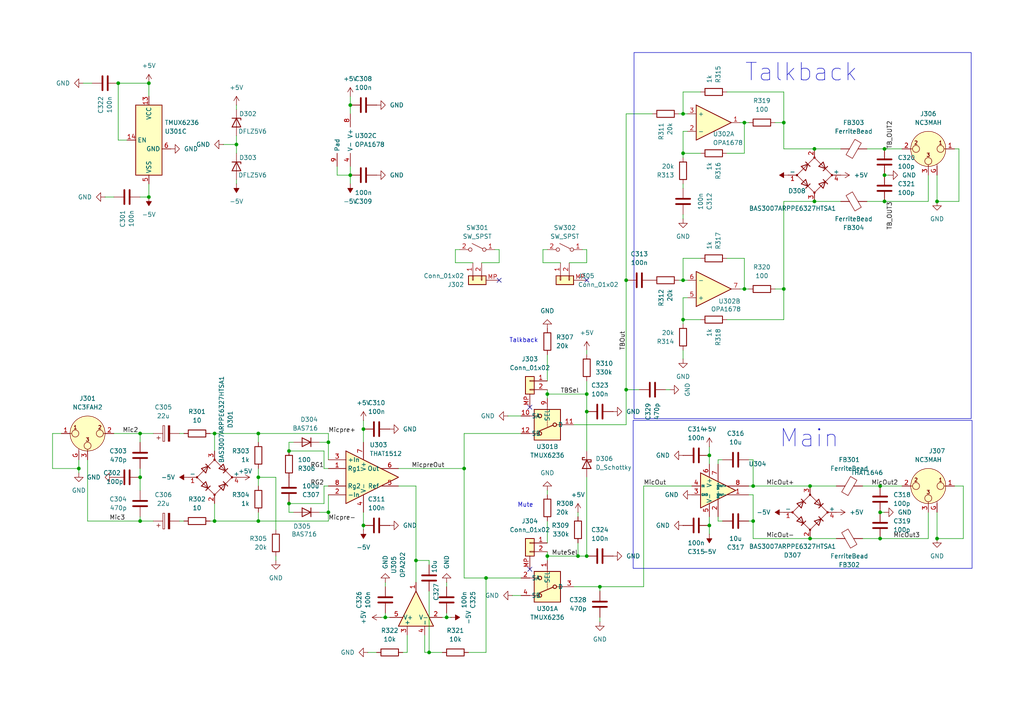
<source format=kicad_sch>
(kicad_sch (version 20250114) (generator "eeschema") (generator_version "9.0")
  (paper "A4")
  (rectangle (start 183.896 15.24) (end 281.686 121.412))
  (rectangle (start 183.642 121.92) (end 281.94 164.846))
  (text "Mute" (at 152.4 146.558 0) (effects (font (size 1.27 1.27))))
  (text "Talkback" (at 232.41 21.082 0) (effects (font (size 5.08 5.08))))
  (text "Main" (at 234.696 127.254 0) (effects (font (size 5.08 5.08))))
  (text "Talkback" (at 151.892 98.806 0) (effects (font (size 1.27 1.27))))
  (junction (at 170.18 114.3))
  (junction (at 181.61 81.28))
  (junction (at 205.74 152.4))
  (junction (at 218.44 140.97))
  (junction (at 234.95 156.21))
  (junction (at 255.27 156.21))
  (junction (at 40.64 151.13))
  (junction (at 111.76 179.07))
  (junction (at 218.44 151.13))
  (junction (at 215.9 35.56))
  (junction (at 255.27 140.97))
  (junction (at 198.12 44.45))
  (junction (at 271.78 156.21))
  (junction (at 34.29 24.13))
  (junction (at 74.93 125.73))
  (junction (at 256.54 43.18))
  (junction (at 158.75 161.29))
  (junction (at 134.62 135.89))
  (junction (at 256.54 58.42))
  (junction (at 83.82 130.81))
  (junction (at 101.6 50.8))
  (junction (at 83.82 146.05))
  (junction (at 227.33 35.56))
  (junction (at 198.12 92.71))
  (junction (at 271.78 58.42))
  (junction (at 227.33 83.82))
  (junction (at 95.25 128.27))
  (junction (at 198.12 81.28))
  (junction (at 198.12 33.02))
  (junction (at 181.61 113.03))
  (junction (at 256.54 50.8))
  (junction (at 124.46 189.23))
  (junction (at 170.18 161.29))
  (junction (at 158.75 114.3))
  (junction (at 74.93 151.13))
  (junction (at 43.18 24.13))
  (junction (at 129.54 179.07))
  (junction (at 74.93 138.43))
  (junction (at 105.41 152.4))
  (junction (at 62.23 125.73))
  (junction (at 167.64 161.29))
  (junction (at 140.97 167.64))
  (junction (at 62.23 151.13))
  (junction (at 236.22 58.42))
  (junction (at 40.64 138.43))
  (junction (at 234.95 140.97))
  (junction (at 236.22 43.18))
  (junction (at 105.41 124.46))
  (junction (at 95.25 148.59))
  (junction (at 120.65 162.56))
  (junction (at 101.6 30.48))
  (junction (at 22.86 135.89))
  (junction (at 40.64 125.73))
  (junction (at 173.99 170.18))
  (junction (at 205.74 132.08))
  (junction (at 68.58 41.91))
  (junction (at 170.18 119.38))
  (junction (at 255.27 148.59))
  (junction (at 215.9 83.82))
  (junction (at 43.18 57.15))
  (no_connect (at 153.67 118.11))
  (no_connect (at 144.78 81.28))
  (no_connect (at 153.67 165.1))
  (no_connect (at 170.18 81.28))
  (wire (pts (xy 170.18 119.38) (xy 170.18 130.81)))
  (wire (pts (xy 198.12 45.72) (xy 198.12 44.45)))
  (wire (pts (xy 40.64 142.24) (xy 40.64 138.43)))
  (wire (pts (xy 198.12 26.67) (xy 198.12 33.02)))
  (wire (pts (xy 111.76 179.07) (xy 111.76 177.8)))
  (wire (pts (xy 250.19 156.21) (xy 255.27 156.21)))
  (wire (pts (xy 215.9 35.56) (xy 217.17 35.56)))
  (wire (pts (xy 134.62 135.89) (xy 134.62 125.73)))
  (wire (pts (xy 128.27 189.23) (xy 124.46 189.23)))
  (wire (pts (xy 22.86 135.89) (xy 22.86 133.35)))
  (wire (pts (xy 214.63 35.56) (xy 215.9 35.56)))
  (wire (pts (xy 74.93 151.13) (xy 95.25 151.13)))
  (wire (pts (xy 251.46 58.42) (xy 256.54 58.42)))
  (wire (pts (xy 193.04 113.03) (xy 194.31 113.03)))
  (wire (pts (xy 209.55 151.13) (xy 208.28 151.13)))
  (wire (pts (xy 168.91 72.39) (xy 170.18 72.39)))
  (wire (pts (xy 271.78 58.42) (xy 278.13 58.42)))
  (wire (pts (xy 124.46 189.23) (xy 123.19 189.23)))
  (wire (pts (xy 120.65 162.56) (xy 120.65 168.91)))
  (wire (pts (xy 60.96 125.73) (xy 62.23 125.73)))
  (wire (pts (xy 208.28 151.13) (xy 208.28 149.86)))
  (wire (pts (xy 181.61 113.03) (xy 185.42 113.03)))
  (wire (pts (xy 198.12 54.61) (xy 198.12 53.34)))
  (wire (pts (xy 101.6 50.8) (xy 101.6 53.34)))
  (wire (pts (xy 173.99 179.07) (xy 173.99 180.34)))
  (wire (pts (xy 105.41 124.46) (xy 105.41 128.27)))
  (wire (pts (xy 227.33 35.56) (xy 227.33 43.18)))
  (wire (pts (xy 93.98 130.81) (xy 93.98 135.89)))
  (wire (pts (xy 92.71 128.27) (xy 95.25 128.27)))
  (wire (pts (xy 83.82 130.81) (xy 93.98 130.81)))
  (wire (pts (xy 143.51 72.39) (xy 144.78 72.39)))
  (wire (pts (xy 218.44 133.35) (xy 218.44 140.97)))
  (wire (pts (xy 224.79 35.56) (xy 227.33 35.56)))
  (wire (pts (xy 198.12 44.45) (xy 203.2 44.45)))
  (wire (pts (xy 40.64 151.13) (xy 40.64 149.86)))
  (wire (pts (xy 227.33 26.67) (xy 227.33 35.56)))
  (wire (pts (xy 151.13 172.72) (xy 148.59 172.72)))
  (wire (pts (xy 167.64 148.59) (xy 167.64 149.86)))
  (wire (pts (xy 215.9 83.82) (xy 217.17 83.82)))
  (wire (pts (xy 181.61 113.03) (xy 181.61 123.19)))
  (wire (pts (xy 140.97 167.64) (xy 140.97 189.23)))
  (wire (pts (xy 203.2 26.67) (xy 198.12 26.67)))
  (wire (pts (xy 251.46 43.18) (xy 256.54 43.18)))
  (wire (pts (xy 158.75 102.87) (xy 158.75 110.49)))
  (wire (pts (xy 105.41 152.4) (xy 105.41 153.67)))
  (wire (pts (xy 129.54 179.07) (xy 129.54 177.8)))
  (wire (pts (xy 68.58 39.37) (xy 68.58 41.91)))
  (wire (pts (xy 24.13 24.13) (xy 26.67 24.13)))
  (wire (pts (xy 95.25 148.59) (xy 95.25 151.13)))
  (wire (pts (xy 170.18 161.29) (xy 167.64 161.29)))
  (wire (pts (xy 210.82 26.67) (xy 227.33 26.67)))
  (wire (pts (xy 43.18 27.94) (xy 43.18 24.13)))
  (wire (pts (xy 208.28 133.35) (xy 209.55 133.35)))
  (wire (pts (xy 279.4 140.97) (xy 279.4 156.21)))
  (wire (pts (xy 33.02 125.73) (xy 40.64 125.73)))
  (wire (pts (xy 134.62 135.89) (xy 115.57 135.89)))
  (wire (pts (xy 198.12 92.71) (xy 203.2 92.71)))
  (wire (pts (xy 52.07 125.73) (xy 53.34 125.73)))
  (wire (pts (xy 106.68 189.23) (xy 109.22 189.23)))
  (wire (pts (xy 128.27 179.07) (xy 129.54 179.07)))
  (wire (pts (xy 40.64 57.15) (xy 43.18 57.15)))
  (wire (pts (xy 116.84 189.23) (xy 118.11 189.23)))
  (wire (pts (xy 40.64 125.73) (xy 44.45 125.73)))
  (wire (pts (xy 157.48 72.39) (xy 157.48 76.2)))
  (wire (pts (xy 205.74 129.54) (xy 205.74 132.08)))
  (wire (pts (xy 236.22 58.42) (xy 243.84 58.42)))
  (wire (pts (xy 120.65 162.56) (xy 124.46 162.56)))
  (wire (pts (xy 170.18 138.43) (xy 170.18 161.29)))
  (wire (pts (xy 62.23 125.73) (xy 62.23 130.81)))
  (wire (pts (xy 101.6 48.26) (xy 101.6 50.8)))
  (wire (pts (xy 139.7 76.2) (xy 144.78 76.2)))
  (wire (pts (xy 123.19 189.23) (xy 123.19 184.15)))
  (wire (pts (xy 269.24 50.8) (xy 269.24 58.42)))
  (wire (pts (xy 129.54 170.18) (xy 129.54 168.91)))
  (wire (pts (xy 167.64 157.48) (xy 167.64 161.29)))
  (wire (pts (xy 255.27 140.97) (xy 261.62 140.97)))
  (wire (pts (xy 198.12 33.02) (xy 199.39 33.02)))
  (wire (pts (xy 132.08 72.39) (xy 133.35 72.39)))
  (wire (pts (xy 144.78 72.39) (xy 144.78 76.2)))
  (wire (pts (xy 60.96 151.13) (xy 62.23 151.13)))
  (wire (pts (xy 62.23 146.05) (xy 62.23 151.13)))
  (wire (pts (xy 210.82 74.93) (xy 215.9 74.93)))
  (wire (pts (xy 134.62 135.89) (xy 134.62 167.64)))
  (wire (pts (xy 224.79 83.82) (xy 227.33 83.82)))
  (wire (pts (xy 93.98 146.05) (xy 93.98 140.97)))
  (wire (pts (xy 218.44 151.13) (xy 218.44 156.21)))
  (wire (pts (xy 165.1 76.2) (xy 170.18 76.2)))
  (wire (pts (xy 15.24 135.89) (xy 22.86 135.89)))
  (wire (pts (xy 40.64 151.13) (xy 44.45 151.13)))
  (wire (pts (xy 80.01 138.43) (xy 74.93 138.43)))
  (wire (pts (xy 198.12 81.28) (xy 199.39 81.28)))
  (wire (pts (xy 278.13 58.42) (xy 278.13 43.18)))
  (wire (pts (xy 215.9 74.93) (xy 215.9 83.82)))
  (wire (pts (xy 158.75 72.39) (xy 157.48 72.39)))
  (wire (pts (xy 198.12 63.5) (xy 198.12 62.23)))
  (wire (pts (xy 198.12 81.28) (xy 196.85 81.28)))
  (wire (pts (xy 134.62 167.64) (xy 140.97 167.64)))
  (wire (pts (xy 234.95 140.97) (xy 242.57 140.97)))
  (wire (pts (xy 83.82 148.59) (xy 85.09 148.59)))
  (wire (pts (xy 68.58 52.07) (xy 68.58 53.34)))
  (wire (pts (xy 158.75 114.3) (xy 158.75 115.57)))
  (wire (pts (xy 15.24 125.73) (xy 15.24 135.89)))
  (wire (pts (xy 276.86 43.18) (xy 278.13 43.18)))
  (wire (pts (xy 218.44 143.51) (xy 218.44 151.13)))
  (wire (pts (xy 236.22 43.18) (xy 243.84 43.18)))
  (wire (pts (xy 83.82 130.81) (xy 83.82 128.27)))
  (wire (pts (xy 101.6 50.8) (xy 97.79 50.8)))
  (wire (pts (xy 30.48 57.15) (xy 33.02 57.15)))
  (wire (pts (xy 198.12 93.98) (xy 198.12 92.71)))
  (wire (pts (xy 105.41 121.92) (xy 105.41 124.46)))
  (wire (pts (xy 255.27 148.59) (xy 256.54 148.59)))
  (wire (pts (xy 271.78 50.8) (xy 271.78 58.42)))
  (wire (pts (xy 111.76 170.18) (xy 111.76 168.91)))
  (wire (pts (xy 52.07 151.13) (xy 53.34 151.13)))
  (wire (pts (xy 158.75 143.51) (xy 158.75 142.24)))
  (wire (pts (xy 34.29 40.64) (xy 36.83 40.64)))
  (wire (pts (xy 170.18 114.3) (xy 170.18 119.38)))
  (wire (pts (xy 203.2 74.93) (xy 198.12 74.93)))
  (wire (pts (xy 166.37 170.18) (xy 173.99 170.18)))
  (wire (pts (xy 95.25 135.89) (xy 93.98 135.89)))
  (wire (pts (xy 118.11 184.15) (xy 118.11 189.23)))
  (wire (pts (xy 97.79 50.8) (xy 97.79 48.26)))
  (wire (pts (xy 74.93 125.73) (xy 74.93 128.27)))
  (wire (pts (xy 256.54 43.18) (xy 261.62 43.18)))
  (wire (pts (xy 198.12 38.1) (xy 199.39 38.1)))
  (wire (pts (xy 34.29 24.13) (xy 34.29 40.64)))
  (wire (pts (xy 256.54 58.42) (xy 269.24 58.42)))
  (wire (pts (xy 158.75 113.03) (xy 158.75 114.3)))
  (wire (pts (xy 22.86 135.89) (xy 22.86 137.16)))
  (wire (pts (xy 205.74 149.86) (xy 205.74 152.4)))
  (wire (pts (xy 158.75 161.29) (xy 158.75 162.56)))
  (wire (pts (xy 198.12 33.02) (xy 196.85 33.02)))
  (wire (pts (xy 170.18 101.6) (xy 170.18 102.87)))
  (wire (pts (xy 111.76 179.07) (xy 113.03 179.07)))
  (wire (pts (xy 218.44 140.97) (xy 234.95 140.97)))
  (wire (pts (xy 170.18 110.49) (xy 170.18 114.3)))
  (wire (pts (xy 83.82 128.27) (xy 85.09 128.27)))
  (wire (pts (xy 101.6 27.94) (xy 101.6 30.48)))
  (wire (pts (xy 198.12 74.93) (xy 198.12 81.28)))
  (wire (pts (xy 62.23 125.73) (xy 74.93 125.73)))
  (wire (pts (xy 198.12 86.36) (xy 199.39 86.36)))
  (wire (pts (xy 115.57 140.97) (xy 120.65 140.97)))
  (wire (pts (xy 227.33 43.18) (xy 236.22 43.18)))
  (wire (pts (xy 25.4 151.13) (xy 40.64 151.13)))
  (wire (pts (xy 95.25 125.73) (xy 95.25 128.27)))
  (wire (pts (xy 279.4 140.97) (xy 276.86 140.97)))
  (wire (pts (xy 120.65 140.97) (xy 120.65 162.56)))
  (wire (pts (xy 124.46 171.45) (xy 124.46 189.23)))
  (wire (pts (xy 198.12 44.45) (xy 198.12 38.1)))
  (wire (pts (xy 215.9 44.45) (xy 210.82 44.45)))
  (wire (pts (xy 83.82 146.05) (xy 93.98 146.05)))
  (wire (pts (xy 227.33 58.42) (xy 227.33 83.82)))
  (wire (pts (xy 40.64 135.89) (xy 40.64 138.43)))
  (wire (pts (xy 217.17 140.97) (xy 218.44 140.97)))
  (wire (pts (xy 181.61 123.19) (xy 166.37 123.19)))
  (wire (pts (xy 74.93 148.59) (xy 74.93 151.13)))
  (wire (pts (xy 74.93 135.89) (xy 74.93 138.43)))
  (wire (pts (xy 80.01 162.56) (xy 80.01 161.29)))
  (wire (pts (xy 271.78 156.21) (xy 279.4 156.21)))
  (wire (pts (xy 101.6 30.48) (xy 101.6 33.02)))
  (wire (pts (xy 186.69 170.18) (xy 186.69 140.97)))
  (wire (pts (xy 208.28 134.62) (xy 208.28 133.35)))
  (wire (pts (xy 34.29 24.13) (xy 43.18 24.13)))
  (wire (pts (xy 215.9 35.56) (xy 215.9 44.45)))
  (wire (pts (xy 158.75 160.02) (xy 158.75 161.29)))
  (wire (pts (xy 173.99 170.18) (xy 186.69 170.18)))
  (wire (pts (xy 105.41 148.59) (xy 105.41 152.4)))
  (wire (pts (xy 198.12 101.6) (xy 198.12 104.14)))
  (wire (pts (xy 218.44 143.51) (xy 217.17 143.51)))
  (wire (pts (xy 157.48 76.2) (xy 162.56 76.2)))
  (wire (pts (xy 181.61 81.28) (xy 181.61 113.03)))
  (wire (pts (xy 74.93 138.43) (xy 74.93 140.97)))
  (wire (pts (xy 158.75 114.3) (xy 170.18 114.3)))
  (wire (pts (xy 68.58 41.91) (xy 68.58 44.45)))
  (wire (pts (xy 95.25 128.27) (xy 95.25 133.35)))
  (wire (pts (xy 124.46 162.56) (xy 124.46 163.83)))
  (wire (pts (xy 132.08 76.2) (xy 132.08 72.39)))
  (wire (pts (xy 255.27 156.21) (xy 269.24 156.21)))
  (wire (pts (xy 110.49 179.07) (xy 111.76 179.07)))
  (wire (pts (xy 198.12 92.71) (xy 198.12 86.36)))
  (wire (pts (xy 250.19 140.97) (xy 255.27 140.97)))
  (wire (pts (xy 64.77 41.91) (xy 68.58 41.91)))
  (wire (pts (xy 214.63 83.82) (xy 215.9 83.82)))
  (wire (pts (xy 129.54 179.07) (xy 130.81 179.07)))
  (wire (pts (xy 234.95 156.21) (xy 242.57 156.21)))
  (wire (pts (xy 271.78 148.59) (xy 271.78 156.21)))
  (wire (pts (xy 140.97 167.64) (xy 151.13 167.64)))
  (wire (pts (xy 137.16 76.2) (xy 132.08 76.2)))
  (wire (pts (xy 205.74 132.08) (xy 205.74 134.62)))
  (wire (pts (xy 74.93 151.13) (xy 62.23 151.13)))
  (wire (pts (xy 210.82 92.71) (xy 227.33 92.71)))
  (wire (pts (xy 140.97 189.23) (xy 135.89 189.23)))
  (wire (pts (xy 227.33 83.82) (xy 227.33 92.71)))
  (wire (pts (xy 173.99 170.18) (xy 173.99 171.45)))
  (wire (pts (xy 269.24 148.59) (xy 269.24 156.21)))
  (wire (pts (xy 68.58 30.48) (xy 68.58 31.75)))
  (wire (pts (xy 95.25 143.51) (xy 95.25 148.59)))
  (wire (pts (xy 218.44 156.21) (xy 234.95 156.21)))
  (wire (pts (xy 25.4 133.35) (xy 25.4 151.13)))
  (wire (pts (xy 83.82 146.05) (xy 83.82 148.59)))
  (wire (pts (xy 17.78 125.73) (xy 15.24 125.73)))
  (wire (pts (xy 205.74 152.4) (xy 205.74 154.94)))
  (wire (pts (xy 170.18 76.2) (xy 170.18 72.39)))
  (wire (pts (xy 186.69 140.97) (xy 200.66 140.97)))
  (wire (pts (xy 74.93 125.73) (xy 95.25 125.73)))
  (wire (pts (xy 217.17 133.35) (xy 218.44 133.35)))
  (wire (pts (xy 147.32 120.65) (xy 151.13 120.65)))
  (wire (pts (xy 181.61 33.02) (xy 189.23 33.02)))
  (wire (pts (xy 167.64 161.29) (xy 158.75 161.29)))
  (wire (pts (xy 256.54 50.8) (xy 257.81 50.8)))
  (wire (pts (xy 80.01 153.67) (xy 80.01 138.43)))
  (wire (pts (xy 92.71 148.59) (xy 95.25 148.59)))
  (wire (pts (xy 181.61 33.02) (xy 181.61 81.28)))
  (wire (pts (xy 158.75 151.13) (xy 158.75 157.48)))
  (wire (pts (xy 218.44 151.13) (xy 217.17 151.13)))
  (wire (pts (xy 236.22 58.42) (xy 227.33 58.42)))
  (wire (pts (xy 43.18 53.34) (xy 43.18 57.15)))
  (wire (pts (xy 40.64 125.73) (xy 40.64 128.27)))
  (wire (pts (xy 134.62 125.73) (xy 151.13 125.73)))
  (wire (pts (xy 93.98 140.97) (xy 95.25 140.97)))
  (label "TBSel" (at 162.56 114.3 0))
  (label "MicOut2" (at 252.73 140.97 0))
  (label "MicOut-" (at 222.25 156.21 0))
  (label "Micpre+" (at 95.25 125.73 0))
  (label "MicpreOut" (at 119.38 135.89 0))
  (label "TB_OUT2" (at 259.08 43.18 90))
  (label "MicOut3" (at 259.08 156.21 0))
  (label "RG1" (at 93.98 135.89 180))
  (label "RG2" (at 93.98 140.97 180))
  (label "Mic3" (at 31.75 151.13 0))
  (label "TB_OUT3" (at 259.08 58.42 270))
  (label "MicOut+" (at 222.25 140.97 0))
  (label "Mic2" (at 35.56 125.73 0))
  (label "Micpre-" (at 95.25 151.13 0))
  (label "MuteSel" (at 160.02 161.29 0))
  (label "MicOut" (at 186.69 140.97 0))
  (label "TBOut" (at 181.61 101.6 90))
  (symbol (lib_id "Device:R") (at 113.03 189.23 270) (unit 1)
    (property "Reference" "R322" (at 113.03 182.88 90))
    (property "Value" "10k" (at 113.03 185.42 90))
    (property "Footprint" "Resistor_SMD:R_0402_1005Metric" (effects (hide yes)))
    (property "Description" "Resistor" (effects (hide yes)))
  )
  (symbol (lib_id "power:GND") (at 113.03 152.4 90) (unit 1)
    (property "Reference" "#PWR0319" (effects (hide yes)))
    (property "Value" "GND" (at 116.84 152.3999 90) (effects (justify right)))
    (property "Description" "Power symbol creates a global label with name \"GND\" , ground" (effects (hide yes)))
  )
  (symbol (lib_id "power:-5V") (at 68.58 53.34 180) (unit 1)
    (property "Reference" "#PWR0309" (effects (hide yes)))
    (property "Value" "-5V" (at 68.58 58.42 0))
    (property "Description" "Power symbol creates a global label with name \"-5V\"" (effects (hide yes)))
  )
  (symbol (lib_id "power:GND") (at 113.03 124.46 90) (unit 1)
    (property "Reference" "#PWR0318" (effects (hide yes)))
    (property "Value" "GND" (at 116.84 124.4599 90) (effects (justify right)))
    (property "Description" "Power symbol creates a global label with name \"GND\" , ground" (effects (hide yes)))
  )
  (symbol (lib_id "Device:R") (at 207.01 92.71 270) (unit 1)
    (property "Reference" "R318" (at 208.2801 95.25 0) (effects (justify left)))
    (property "Value" "1k" (at 205.7401 95.25 0) (effects (justify left)))
    (property "Footprint" "Resistor_SMD:R_0402_1005Metric" (effects (hide yes)))
    (property "Description" "Resistor" (effects (hide yes)))
    (property "Mouser Part Number" "708-RMCF0402FT1K00" (effects (hide yes)))
  )
  (symbol (lib_id "Device:R") (at 74.93 132.08 0) (mirror y) (unit 1)
    (property "Reference" "R303" (at 72.39 130.8099 0) (effects (justify left)))
    (property "Value" "1k" (at 72.39 133.3499 0) (effects (justify left)))
    (property "Footprint" "Resistor_SMD:R_0402_1005Metric" (effects (hide yes)))
    (property "Description" "Resistor" (effects (hide yes)))
    (property "Mouser Part Number" "708-RMCF0402FT1K00" (effects (hide yes)))
  )
  (symbol (lib_id "STEVEannouncer:JST_B2B_PH") (at 153.67 110.49 0) (mirror y) (unit 1)
    (property "Reference" "J303" (at 153.67 104.14 0))
    (property "Value" "Conn_01x02" (at 153.67 106.68 0))
    (property "Footprint" "Connector_JST:JST_PH_B2B-PH-SM4-TB_1x02-1MP_P2.00mm_Vertical" (effects (hide yes)))
    (property "Description" "Generic connector, single row, 01x02, script generated (kicad-library-utils/schlib/autogen/connector/)" (effects (hide yes)))
    (property "Mouser Part Number" "306-B2BPHSM4TBLFSN" (effects (hide yes)))
  )
  (symbol (lib_id "power:+5V") (at 205.74 129.54 0) (unit 1)
    (property "Reference" "#PWR0332" (effects (hide yes)))
    (property "Value" "+5V" (at 205.74 124.46 0))
    (property "Description" "Power symbol creates a global label with name \"+5V\"" (effects (hide yes)))
  )
  (symbol (lib_id "Device:C") (at 213.36 151.13 90) (mirror x) (unit 1)
    (property "Reference" "C317" (at 213.36 158.75 90))
    (property "Value" "10u" (at 213.36 156.21 90))
    (property "Footprint" "Capacitor_SMD:C_0603_1608Metric" (effects (hide yes)))
    (property "Description" "Unpolarized capacitor" (effects (hide yes)))
    (property "Mouser Part Number" "187-CL10A106KP8NNWC" (effects (hide yes)))
  )
  (symbol (lib_id "power:GND") (at 109.22 50.8 90) (mirror x) (unit 1)
    (property "Reference" "#PWR0317" (effects (hide yes)))
    (property "Value" "GND" (at 113.03 50.7999 90) (effects (justify right)))
    (property "Description" "Power symbol creates a global label with name \"GND\" , ground" (effects (hide yes)))
  )
  (symbol (lib_id "Device:D_Zener") (at 68.58 48.26 270) (unit 1)
    (property "Reference" "D303" (at 69.342 45.72 90) (effects (justify left)))
    (property "Value" "DFLZ5V6" (at 69.088 50.8 90) (effects (justify left)))
    (property "Footprint" "Diode_SMD:D_PowerDI-123" (effects (hide yes)))
    (property "Description" "Zener diode" (effects (hide yes)))
    (property "Mouser Part Number" "621-DFLZ5V6-7" (effects (hide yes)))
    (property "Gearlabs Part Number" "D-Zener-5V6-123-2" (effects (hide yes)))
  )
  (symbol (lib_id "Device:C_Polarized") (at 48.26 151.13 90) (unit 1)
    (property "Reference" "C306" (at 47.371 143.51 90))
    (property "Value" "22u" (at 47.371 146.05 90))
    (property "Footprint" "Capacitor_SMD:CP_Elec_6.3x7.7" (effects (hide yes)))
    (property "Description" "Polarized capacitor" (effects (hide yes)))
    (property "Mouser Part Number" "647-UCD1J220MCL1GS" (effects (hide yes)))
  )
  (symbol (lib_id "Device:C") (at 109.22 152.4 90) (unit 1)
    (property "Reference" "C311" (at 109.22 144.78 90))
    (property "Value" "100n" (at 109.22 147.32 90))
    (property "Footprint" "Capacitor_SMD:C_0402_1005Metric" (effects (hide yes)))
    (property "Description" "Unpolarized capacitor" (effects (hide yes)))
    (property "Mouser Part Number" "81-GRM155R62A104KE4D" (effects (hide yes)))
  )
  (symbol (lib_id "power:-5V") (at 227.33 148.59 90) (unit 1)
    (property "Reference" "#PWR0334" (effects (hide yes)))
    (property "Value" "-5V" (at 223.52 148.5899 90) (effects (justify left)))
    (property "Description" "Power symbol creates a global label with name \"-5V\"" (effects (hide yes)))
  )
  (symbol (lib_id "Device:R") (at 193.04 81.28 90) (mirror x) (unit 1)
    (property "Reference" "R312" (at 191.7699 83.82 0) (effects (justify left)))
    (property "Value" "20k" (at 194.3099 83.82 0) (effects (justify left)))
    (property "Footprint" "Resistor_SMD:R_0402_1005Metric" (effects (hide yes)))
    (property "Description" "Resistor" (effects (hide yes)))
    (property "Mouser Part Number" "603-RC0402FR-1320KL" (effects (hide yes)))
  )
  (symbol (lib_id "power:GND") (at 106.68 189.23 270) (unit 1)
    (property "Reference" "#PWR0350" (effects (hide yes)))
    (property "Value" "GND" (at 102.87 189.2299 90) (effects (justify right)))
    (property "Description" "Power symbol creates a global label with name \"GND\" , ground" (effects (hide yes)))
  )
  (symbol (lib_id "power:GND") (at 194.31 113.03 90) (mirror x) (unit 1)
    (property "Reference" "#PWR0351" (effects (hide yes)))
    (property "Value" "GND" (at 199.39 113.03 0))
    (property "Description" "Power symbol creates a global label with name \"GND\" , ground" (effects (hide yes)))
  )
  (symbol (lib_id "Device:R") (at 207.01 74.93 270) (mirror x) (unit 1)
    (property "Reference" "R317" (at 208.2801 72.39 0) (effects (justify left)))
    (property "Value" "1k" (at 205.7401 72.39 0) (effects (justify left)))
    (property "Footprint" "Resistor_SMD:R_0402_1005Metric" (effects (hide yes)))
    (property "Description" "Resistor" (effects (hide yes)))
    (property "Mouser Part Number" "708-RMCF0402FT1K00" (effects (hide yes)))
  )
  (symbol (lib_id "Device:C") (at 105.41 50.8 270) (unit 1)
    (property "Reference" "C309" (at 105.41 58.42 90))
    (property "Value" "100n" (at 105.41 55.88 90))
    (property "Footprint" "Capacitor_SMD:C_0402_1005Metric" (effects (hide yes)))
    (property "Description" "Unpolarized capacitor" (effects (hide yes)))
    (property "Mouser Part Number" "81-GRM155R62A104KE4D" (effects (hide yes)))
  )
  (symbol (lib_id "power:+5V") (at 43.18 24.13 0) (unit 1)
    (property "Reference" "#PWR0304" (effects (hide yes)))
    (property "Value" "+5V" (at 43.18 19.05 0))
    (property "Description" "Power symbol creates a global label with name \"+5V\"" (effects (hide yes)))
  )
  (symbol (lib_id "Device:C") (at 201.93 152.4 90) (mirror x) (unit 1)
    (property "Reference" "C315" (at 201.93 160.02 90))
    (property "Value" "100n" (at 201.93 157.48 90))
    (property "Footprint" "Capacitor_SMD:C_0402_1005Metric" (effects (hide yes)))
    (property "Description" "Unpolarized capacitor" (effects (hide yes)))
    (property "Mouser Part Number" "81-GRM155R62A104KE4D" (effects (hide yes)))
  )
  (symbol (lib_id "power:GND") (at 30.48 57.15 270) (unit 1)
    (property "Reference" "#PWR0342" (effects (hide yes)))
    (property "Value" "GND" (at 26.67 57.1499 90) (effects (justify right)))
    (property "Description" "Power symbol creates a global label with name \"GND\" , ground" (effects (hide yes)))
  )
  (symbol (lib_id "Device:C") (at 256.54 46.99 0) (unit 1)
    (property "Reference" "C320" (at 260.35 45.7199 0) (effects (justify left)))
    (property "Value" "100p" (at 260.35 48.2599 0) (effects (justify left)))
    (property "Footprint" "Capacitor_SMD:C_0402_1005Metric" (effects (hide yes)))
    (property "Description" "Unpolarized capacitor" (effects (hide yes)))
    (property "Mouser Part Number" "791-0402N101K160CT" (effects (hide yes)))
  )
  (symbol (lib_id "STEVEannouncer:JST_B2B_PH") (at 153.67 157.48 0) (mirror y) (unit 1)
    (property "Reference" "J304" (at 153.67 151.13 0))
    (property "Value" "Conn_01x02" (at 153.67 153.67 0))
    (property "Footprint" "Connector_JST:JST_PH_B2B-PH-SM4-TB_1x02-1MP_P2.00mm_Vertical" (effects (hide yes)))
    (property "Description" "Generic connector, single row, 01x02, script generated (kicad-library-utils/schlib/autogen/connector/)" (effects (hide yes)))
    (property "Mouser Part Number" "306-B2BPHSM4TBLFSN" (effects (hide yes)))
  )
  (symbol (lib_id "power:GND") (at 198.12 63.5 0) (unit 1)
    (property "Reference" "#PWR0327" (effects (hide yes)))
    (property "Value" "GND" (at 198.12 68.58 0))
    (property "Description" "Power symbol creates a global label with name \"GND\" , ground" (effects (hide yes)))
  )
  (symbol (lib_id "power:GND") (at 158.75 95.25 180) (unit 1)
    (property "Reference" "#PWR0325" (effects (hide yes)))
    (property "Value" "GND" (at 158.75 90.17 0))
    (property "Description" "Power symbol creates a global label with name \"GND\" , ground" (effects (hide yes)))
  )
  (symbol (lib_id "power:+5V") (at 68.58 30.48 0) (unit 1)
    (property "Reference" "#PWR0308" (effects (hide yes)))
    (property "Value" "+5V" (at 68.58 25.4 0))
    (property "Description" "Power symbol creates a global label with name \"+5V\"" (effects (hide yes)))
  )
  (symbol (lib_id "power:GND") (at 256.54 148.59 90) (unit 1)
    (property "Reference" "#PWR0338" (effects (hide yes)))
    (property "Value" "GND" (at 260.35 148.5899 90) (effects (justify right)))
    (property "Description" "Power symbol creates a global label with name \"GND\" , ground" (effects (hide yes)))
  )
  (symbol (lib_id "power:-5V") (at 130.81 179.07 270) (unit 1)
    (property "Reference" "#PWR0348" (effects (hide yes)))
    (property "Value" "-5V" (at 135.89 179.07 0))
    (property "Description" "Power symbol creates a global label with name \"-5V\"" (effects (hide yes)))
  )
  (symbol (lib_id "power:GND") (at 109.22 30.48 90) (mirror x) (unit 1)
    (property "Reference" "#PWR0316" (effects (hide yes)))
    (property "Value" "GND" (at 113.03 30.4799 90) (effects (justify right)))
    (property "Description" "Power symbol creates a global label with name \"GND\" , ground" (effects (hide yes)))
  )
  (symbol (lib_id "Device:FerriteBead") (at 246.38 156.21 90) (mirror x) (unit 1)
    (property "Reference" "FB302" (at 246.3292 163.83 90))
    (property "Value" "FerriteBead" (at 246.3292 161.29 90))
    (property "Footprint" "Inductor_SMD:L_0402_1005Metric" (effects (hide yes)))
    (property "Description" "Ferrite bead" (effects (hide yes)))
    (property "Mouser Part Number" "673-BBSY100505700Y00" (effects (hide yes)))
  )
  (symbol (lib_id "Device:R") (at 170.18 106.68 180) (unit 1)
    (property "Reference" "R310" (at 172.72 105.4099 0) (effects (justify right)))
    (property "Value" "330k" (at 172.72 107.9499 0) (effects (justify right)))
    (property "Footprint" "Resistor_SMD:R_0402_1005Metric" (effects (hide yes)))
    (property "Description" "Resistor" (effects (hide yes)))
    (property "Mouser Part Number" "603-RC0402FR-13330KL" (effects (hide yes)))
  )
  (symbol (lib_id "power:GND") (at 271.78 156.21 0) (unit 1)
    (property "Reference" "#PWR0341" (effects (hide yes)))
    (property "Value" "GND" (at 271.78 161.29 0))
    (property "Description" "Power symbol creates a global label with name \"GND\" , ground" (effects (hide yes)))
  )
  (symbol (lib_id "Device:C") (at 105.41 30.48 270) (mirror x) (unit 1)
    (property "Reference" "C308" (at 105.41 22.86 90))
    (property "Value" "100n" (at 105.41 25.4 90))
    (property "Footprint" "Capacitor_SMD:C_0402_1005Metric" (effects (hide yes)))
    (property "Description" "Unpolarized capacitor" (effects (hide yes)))
    (property "Mouser Part Number" "81-GRM155R62A104KE4D" (effects (hide yes)))
  )
  (symbol (lib_id "Device:FerriteBead") (at 246.38 140.97 90) (unit 1)
    (property "Reference" "FB301" (at 246.3292 133.35 90))
    (property "Value" "FerriteBead" (at 246.3292 135.89 90))
    (property "Footprint" "Inductor_SMD:L_0402_1005Metric" (effects (hide yes)))
    (property "Description" "Ferrite bead" (effects (hide yes)))
    (property "Mouser Part Number" "673-BBSY100505700Y00" (effects (hide yes)))
  )
  (symbol (lib_id "Device:C") (at 255.27 144.78 0) (unit 1)
    (property "Reference" "C318" (at 259.08 143.5099 0) (effects (justify left)))
    (property "Value" "100p" (at 259.08 146.0499 0) (effects (justify left)))
    (property "Footprint" "Capacitor_SMD:C_0402_1005Metric" (effects (hide yes)))
    (property "Description" "Unpolarized capacitor" (effects (hide yes)))
    (property "Mouser Part Number" "791-0402N101K160CT" (effects (hide yes)))
  )
  (symbol (lib_id "Switch:SW_SPST") (at 163.83 72.39 0) (mirror y) (unit 1)
    (property "Reference" "SW302" (at 163.83 66.04 0))
    (property "Value" "SW_SPST" (at 163.83 68.58 0))
    (property "Footprint" "STEVEannouncer:SW_choc_v1_1u" (effects (hide yes)))
    (property "Mouser Part Number" "540-MX1A-C1NN" (effects (hide yes)))
  )
  (symbol (lib_id "Device:R") (at 80.01 157.48 0) (mirror y) (unit 1)
    (property "Reference" "R305" (at 77.47 156.2099 0) (effects (justify left)))
    (property "Value" "20k" (at 77.47 158.7499 0) (effects (justify left)))
    (property "Footprint" "Resistor_SMD:R_0402_1005Metric" (effects (hide yes)))
    (property "Description" "Resistor" (effects (hide yes)))
    (property "Mouser Part Number" "603-RC0402FR-1320KL" (effects (hide yes)))
  )
  (symbol (lib_id "Device:R") (at 158.75 147.32 180) (unit 1)
    (property "Reference" "R308" (at 161.29 146.0499 0) (effects (justify right)))
    (property "Value" "20k" (at 161.29 148.5899 0) (effects (justify right)))
    (property "Footprint" "Resistor_SMD:R_0402_1005Metric" (effects (hide yes)))
    (property "Description" "Resistor" (effects (hide yes)))
    (property "Mouser Part Number" "603-RC0402FR-1320KL" (effects (hide yes)))
  )
  (symbol (lib_id "power:GND") (at 271.78 58.42 0) (unit 1)
    (property "Reference" "#PWR0340" (effects (hide yes)))
    (property "Value" "GND" (at 271.78 63.5 0))
    (property "Description" "Power symbol creates a global label with name \"GND\" , ground" (effects (hide yes)))
  )
  (symbol (lib_id "power:GND") (at 198.12 152.4 270) (unit 1)
    (property "Reference" "#PWR0330" (effects (hide yes)))
    (property "Value" "GND" (at 194.31 152.3999 90) (effects (justify right)))
    (property "Description" "Power symbol creates a global label with name \"GND\" , ground" (effects (hide yes)))
  )
  (symbol (lib_id "Device:C") (at 185.42 81.28 270) (mirror x) (unit 1)
    (property "Reference" "C313" (at 185.42 73.66 90))
    (property "Value" "100n" (at 185.42 76.2 90))
    (property "Footprint" "Capacitor_SMD:C_0402_1005Metric" (effects (hide yes)))
    (property "Description" "Unpolarized capacitor" (effects (hide yes)))
    (property "Mouser Part Number" "81-GRM155R62A104KE4D" (effects (hide yes)))
  )
  (symbol (lib_id "STEVEannouncer:OPA1678") (at 104.14 40.64 0) (unit 3)
    (property "Reference" "U302" (at 102.87 39.3699 0) (effects (justify left)))
    (property "Value" "OPA1678" (at 102.87 41.9099 0) (effects (justify left)))
    (property "Footprint" "STEVEannouncer:WSON-8-1EP_3x3mm_P0.5mm_EP1.2x2mm_ThermalVias" (effects (hide yes)))
    (property "Description" "Dual operational amplifier" (effects (hide yes)))
    (property "Sim.Library" "${KICAD9_SYMBOL_DIR}/Simulation_SPICE.sp" (effects (hide yes)))
    (property "Sim.Name" "kicad_builtin_opamp_dual" (effects (hide yes)))
    (property "Sim.Device" "SUBCKT" (effects (hide yes)))
    (property "Sim.Pins" "1=out1 2=in1- 3=in1+ 4=vee 5=in2+ 6=in2- 7=out2 8=vcc" (effects (hide yes)))
    (property "Mouser Part Number" "595-OPA1678IDRGR" (effects (hide yes)))
    (property "Gearlabs Part Number" "EXT-OPA1678" (effects (hide yes)))
  )
  (symbol (lib_id "STEVEannouncer:OPA1678") (at 207.01 35.56 0) (unit 1)
    (property "Reference" "U302" (at 206.756 38.862 0) (effects (justify left)))
    (property "Value" "OPA1678" (at 206.756 41.402 0) (effects (justify left)))
    (property "Footprint" "STEVEannouncer:WSON-8-1EP_3x3mm_P0.5mm_EP1.2x2mm_ThermalVias" (effects (hide yes)))
    (property "Description" "Dual operational amplifier" (effects (hide yes)))
    (property "Sim.Library" "${KICAD9_SYMBOL_DIR}/Simulation_SPICE.sp" (effects (hide yes)))
    (property "Sim.Name" "kicad_builtin_opamp_dual" (effects (hide yes)))
    (property "Sim.Device" "SUBCKT" (effects (hide yes)))
    (property "Sim.Pins" "1=out1 2=in1- 3=in1+ 4=vee 5=in2+ 6=in2- 7=out2 8=vcc" (effects (hide yes)))
    (property "Mouser Part Number" "595-OPA1678IDRGR" (effects (hide yes)))
    (property "Gearlabs Part Number" "EXT-OPA1678" (effects (hide yes)))
  )
  (symbol (lib_id "STEVEannouncer:OPA1678") (at 207.01 83.82 0) (mirror x) (unit 2)
    (property "Reference" "U302" (at 211.582 87.376 0))
    (property "Value" "OPA1678" (at 210.566 89.662 0))
    (property "Footprint" "STEVEannouncer:WSON-8-1EP_3x3mm_P0.5mm_EP1.2x2mm_ThermalVias" (effects (hide yes)))
    (property "Description" "Dual operational amplifier" (effects (hide yes)))
    (property "Sim.Library" "${KICAD9_SYMBOL_DIR}/Simulation_SPICE.sp" (effects (hide yes)))
    (property "Sim.Name" "kicad_builtin_opamp_dual" (effects (hide yes)))
    (property "Sim.Device" "SUBCKT" (effects (hide yes)))
    (property "Sim.Pins" "1=out1 2=in1- 3=in1+ 4=vee 5=in2+ 6=in2- 7=out2 8=vcc" (effects (hide yes)))
    (property "Mouser Part Number" "595-OPA1678IDRGR" (effects (hide yes)))
    (property "Gearlabs Part Number" "EXT-OPA1678" (effects (hide yes)))
  )
  (symbol (lib_id "Connector_Audio:XLR3_Ground") (at 25.4 125.73 0) (unit 1)
    (property "Reference" "J301" (at 25.4 115.57 0))
    (property "Value" "NC3FAH2" (at 25.4 118.11 0))
    (property "Footprint" "STEVEannouncer:NC3FAH2" (effects (hide yes)))
    (property "Mouser Part Number" "568-NC3FAH-2" (effects (hide yes)))
  )
  (symbol (lib_id "Connector_Audio:XLR3_Ground") (at 269.24 43.18 0) (mirror y) (unit 1)
    (property "Reference" "J306" (at 269.24 33.02 0))
    (property "Value" "NC3MAH" (at 269.24 35.56 0))
    (property "Footprint" "STEVEannouncer:NC3MAH" (effects (hide yes)))
    (property "Mouser Part Number" "568-NC3MAH" (effects (hide yes)))
  )
  (symbol (lib_id "power:GND") (at 198.12 132.08 270) (unit 1)
    (property "Reference" "#PWR0329" (effects (hide yes)))
    (property "Value" "GND" (at 194.31 132.0799 90) (effects (justify right)))
    (property "Description" "Power symbol creates a global label with name \"GND\" , ground" (effects (hide yes)))
  )
  (symbol (lib_id "power:GND") (at 158.75 142.24 180) (unit 1)
    (property "Reference" "#PWR0326" (effects (hide yes)))
    (property "Value" "GND" (at 158.75 137.16 0))
    (property "Description" "Power symbol creates a global label with name \"GND\" , ground" (effects (hide yes)))
  )
  (symbol (lib_id "Device:R") (at 167.64 153.67 0) (mirror x) (unit 1)
    (property "Reference" "R309" (at 165.1 152.3999 0) (effects (justify right)))
    (property "Value" "330k" (at 165.1 154.9399 0) (effects (justify right)))
    (property "Footprint" "Resistor_SMD:R_0402_1005Metric" (effects (hide yes)))
    (property "Description" "Resistor" (effects (hide yes)))
    (property "Mouser Part Number" "603-RC0402FR-13330KL" (effects (hide yes)))
  )
  (symbol (lib_id "power:-5V") (at 228.6 50.8 90) (unit 1)
    (property "Reference" "#PWR0335" (effects (hide yes)))
    (property "Value" "-5V" (effects (hide yes)))
    (property "Description" "Power symbol creates a global label with name \"-5V\"" (effects (hide yes)))
  )
  (symbol (lib_id "Device:C") (at 201.93 132.08 90) (unit 1)
    (property "Reference" "C314" (at 201.93 124.46 90))
    (property "Value" "100n" (at 201.93 127 90))
    (property "Footprint" "Capacitor_SMD:C_0402_1005Metric" (effects (hide yes)))
    (property "Description" "Unpolarized capacitor" (effects (hide yes)))
    (property "Mouser Part Number" "81-GRM155R62A104KE4D" (effects (hide yes)))
  )
  (symbol (lib_id "Device:C") (at 83.82 142.24 0) (mirror y) (unit 1)
    (property "Reference" "C307" (at 87.63 143.5101 0) (effects (justify right)))
    (property "Value" "100u" (at 87.63 140.9701 0) (effects (justify right)))
    (property "Footprint" "Capacitor_SMD:C_1206_3216Metric" (effects (hide yes)))
    (property "Description" "Unpolarized capacitor" (effects (hide yes)))
    (property "Mouser Part Number" "81-GRM31CR60J107KE8L" (effects (hide yes)))
  )
  (symbol (lib_id "Device:R") (at 207.01 44.45 270) (unit 1)
    (property "Reference" "R316" (at 208.2801 46.99 0) (effects (justify left)))
    (property "Value" "1k" (at 205.7401 46.99 0) (effects (justify left)))
    (property "Footprint" "Resistor_SMD:R_0402_1005Metric" (effects (hide yes)))
    (property "Description" "Resistor" (effects (hide yes)))
    (property "Mouser Part Number" "708-RMCF0402FT1K00" (effects (hide yes)))
  )
  (symbol (lib_id "Device:R") (at 132.08 189.23 270) (unit 1)
    (property "Reference" "R321" (at 132.08 182.88 90))
    (property "Value" "10k" (at 132.08 185.42 90))
    (property "Footprint" "Resistor_SMD:R_0402_1005Metric" (effects (hide yes)))
    (property "Description" "Resistor" (effects (hide yes)))
  )
  (symbol (lib_id "power:-5V") (at 43.18 57.15 180) (unit 1)
    (property "Reference" "#PWR0305" (effects (hide yes)))
    (property "Value" "-5V" (at 43.18 62.23 0))
    (property "Description" "Power symbol creates a global label with name \"-5V\"" (effects (hide yes)))
  )
  (symbol (lib_id "Device:C") (at 255.27 152.4 0) (unit 1)
    (property "Reference" "C319" (at 259.08 151.1299 0) (effects (justify left)))
    (property "Value" "100p" (at 259.08 153.6699 0) (effects (justify left)))
    (property "Footprint" "Capacitor_SMD:C_0402_1005Metric" (effects (hide yes)))
    (property "Description" "Unpolarized capacitor" (effects (hide yes)))
    (property "Mouser Part Number" "791-0402N101K160CT" (effects (hide yes)))
  )
  (symbol (lib_id "power:+5V") (at 105.41 121.92 0) (unit 1)
    (property "Reference" "#PWR0314" (effects (hide yes)))
    (property "Value" "+5V" (at 105.41 116.84 0))
    (property "Description" "Power symbol creates a global label with name \"+5V\"" (effects (hide yes)))
  )
  (symbol (lib_id "Device:R") (at 220.98 35.56 90) (unit 1)
    (property "Reference" "R319" (at 220.98 29.21 90))
    (property "Value" "100" (at 220.98 31.75 90))
    (property "Footprint" "Resistor_SMD:R_0402_1005Metric" (effects (hide yes)))
    (property "Description" "Resistor" (effects (hide yes)))
    (property "Mouser Part Number" "652-CR0402FX-1000GLF" (effects (hide yes)))
  )
  (symbol (lib_id "Device:C") (at 198.12 58.42 0) (mirror x) (unit 1)
    (property "Reference" "C312" (at 205.74 58.42 90))
    (property "Value" "100n" (at 203.2 58.42 90))
    (property "Footprint" "Capacitor_SMD:C_0402_1005Metric" (effects (hide yes)))
    (property "Description" "Unpolarized capacitor" (effects (hide yes)))
    (property "Mouser Part Number" "81-GRM155R62A104KE4D" (effects (hide yes)))
  )
  (symbol (lib_id "Device:C") (at 173.99 119.38 270) (mirror x) (unit 1)
    (property "Reference" "C323" (at 173.99 111.76 90))
    (property "Value" "100n" (at 173.99 114.3 90))
    (property "Footprint" "Capacitor_SMD:C_0402_1005Metric" (effects (hide yes)))
    (property "Description" "Unpolarized capacitor" (effects (hide yes)))
    (property "Mouser Part Number" "81-GRM155R62A104KE4D" (effects (hide yes)))
  )
  (symbol (lib_id "Device:C") (at 189.23 113.03 90) (mirror x) (unit 1)
    (property "Reference" "C329" (at 187.9599 116.84 0) (effects (justify left)))
    (property "Value" "470p" (at 190.4999 116.84 0) (effects (justify left)))
    (property "Footprint" "Capacitor_SMD:C_0402_1005Metric" (effects (hide yes)))
    (property "Description" "Unpolarized capacitor" (effects (hide yes)))
  )
  (symbol (lib_id "Device:D_Bridge_-AA+") (at 234.95 148.59 0) (mirror x) (unit 1)
    (property "Reference" "D307" (at 229.87 161.036 0))
    (property "Value" "BAS3007ARPPE6327HTSA1" (at 229.87 158.496 0))
    (property "Footprint" "Package_TO_SOT_SMD:SOT-143" (effects (hide yes)))
    (property "Description" "Diode bridge, -ve/AC/AC/+ve" (effects (hide yes)))
    (property "Mouser Part Number" "726-BAS3007A-RPPE6" (effects (hide yes)))
  )
  (symbol (lib_id "Device:C_Polarized") (at 48.26 125.73 90) (unit 1)
    (property "Reference" "C305" (at 47.371 118.11 90))
    (property "Value" "22u" (at 47.371 120.65 90))
    (property "Footprint" "Capacitor_SMD:CP_Elec_6.3x7.7" (effects (hide yes)))
    (property "Description" "Polarized capacitor" (effects (hide yes)))
    (property "Mouser Part Number" "647-UCD1J220MCL1GS" (effects (hide yes)))
  )
  (symbol (lib_id "power:-5V") (at 54.61 138.43 90) (unit 1)
    (property "Reference" "#PWR0306" (effects (hide yes)))
    (property "Value" "-5V" (at 50.8 138.4299 90) (effects (justify left)))
    (property "Description" "Power symbol creates a global label with name \"-5V\"" (effects (hide yes)))
  )
  (symbol (lib_id "Device:FerriteBead") (at 247.65 58.42 90) (mirror x) (unit 1)
    (property "Reference" "FB304" (at 247.5992 66.04 90))
    (property "Value" "FerriteBead" (at 247.5992 63.5 90))
    (property "Footprint" "Inductor_SMD:L_0402_1005Metric" (effects (hide yes)))
    (property "Description" "Ferrite bead" (effects (hide yes)))
    (property "Mouser Part Number" "673-BBSY100505700Y00" (effects (hide yes)))
  )
  (symbol (lib_id "power:GND") (at 147.32 120.65 270) (unit 1)
    (property "Reference" "#PWR0321" (effects (hide yes)))
    (property "Value" "GND" (at 143.51 120.6499 90) (effects (justify right)))
    (property "Description" "Power symbol creates a global label with name \"GND\" , ground" (effects (hide yes)))
  )
  (symbol (lib_id "Device:R") (at 158.75 99.06 180) (unit 1)
    (property "Reference" "R307" (at 161.29 97.7899 0) (effects (justify right)))
    (property "Value" "20k" (at 161.29 100.3299 0) (effects (justify right)))
    (property "Footprint" "Resistor_SMD:R_0402_1005Metric" (effects (hide yes)))
    (property "Description" "Resistor" (effects (hide yes)))
    (property "Mouser Part Number" "603-RC0402FR-1320KL" (effects (hide yes)))
  )
  (symbol (lib_id "power:GND") (at 64.77 41.91 270) (unit 1)
    (property "Reference" "#PWR0307" (effects (hide yes)))
    (property "Value" "GND" (at 60.96 41.9099 90) (effects (justify right)))
    (property "Description" "Power symbol creates a global label with name \"GND\" , ground" (effects (hide yes)))
  )
  (symbol (lib_id "Device:C") (at 36.83 138.43 90) (mirror x) (unit 1)
    (property "Reference" "C302" (at 35.052 137.16 90) (effects (justify left)))
    (property "Value" "100p" (at 35.814 139.7 90) (effects (justify left)))
    (property "Footprint" "Capacitor_SMD:C_0402_1005Metric" (effects (hide yes)))
    (property "Description" "Unpolarized capacitor" (effects (hide yes)))
    (property "Mouser Part Number" "791-0402N101K160CT" (effects (hide yes)))
  )
  (symbol (lib_id "Device:C") (at 213.36 133.35 90) (unit 1)
    (property "Reference" "C316" (at 213.36 125.73 90))
    (property "Value" "10u" (at 213.36 128.27 90))
    (property "Footprint" "Capacitor_SMD:C_0603_1608Metric" (effects (hide yes)))
    (property "Description" "Unpolarized capacitor" (effects (hide yes)))
    (property "Mouser Part Number" "187-CL10A106KP8NNWC" (effects (hide yes)))
  )
  (symbol (lib_id "Switch:SW_SPST") (at 138.43 72.39 0) (mirror y) (unit 1)
    (property "Reference" "SW301" (at 138.43 66.04 0))
    (property "Value" "SW_SPST" (at 138.43 68.58 0))
    (property "Footprint" "STEVEannouncer:SW_choc_v1_1u" (effects (hide yes)))
    (property "Mouser Part Number" "540-MX1A-C1NN" (effects (hide yes)))
  )
  (symbol (lib_id "Device:C") (at 40.64 132.08 0) (mirror y) (unit 1)
    (property "Reference" "C303" (at 36.83 130.8099 0) (effects (justify left)))
    (property "Value" "470p" (at 36.83 133.3499 0) (effects (justify left)))
    (property "Footprint" "Capacitor_SMD:C_0402_1005Metric" (effects (hide yes)))
    (property "Description" "Unpolarized capacitor" (effects (hide yes)))
    (property "Mouser Part Number" "80-C0402C471K5R" (effects (hide yes)))
  )
  (symbol (lib_id "Device:R") (at 57.15 125.73 270) (unit 1)
    (property "Reference" "R301" (at 57.15 119.38 90))
    (property "Value" "10" (at 57.15 121.92 90))
    (property "Footprint" "Resistor_SMD:R_1206_3216Metric" (effects (hide yes)))
    (property "Description" "Resistor" (effects (hide yes)))
    (property "Mouser Part Number" "652-CR1206-JW-100ELF" (effects (hide yes)))
  )
  (symbol (lib_id "Device:D_Schottky") (at 170.18 134.62 90) (mirror x) (unit 1)
    (property "Reference" "D306" (at 172.72 133.0324 90) (effects (justify right)))
    (property "Value" "D_Schottky" (at 172.72 135.5724 90) (effects (justify right)))
    (property "Footprint" "Diode_SMD:D_SOD-523" (effects (hide yes)))
    (property "Description" "Schottky diode" (effects (hide yes)))
    (property "Mouser Part Number" "755-RB510SM-40T2R" (effects (hide yes)))
  )
  (symbol (lib_id "STEVEannouncer:JST_B2B_PH") (at 137.16 81.28 90) (mirror x) (unit 1)
    (property "Reference" "J302" (at 134.62 82.5501 90) (effects (justify left)))
    (property "Value" "Conn_01x02" (at 134.62 80.0101 90) (effects (justify left)))
    (property "Footprint" "Connector_JST:JST_PH_B2B-PH-SM4-TB_1x02-1MP_P2.00mm_Vertical" (effects (hide yes)))
    (property "Description" "Generic connector, single row, 01x02, script generated (kicad-library-utils/schlib/autogen/connector/)" (effects (hide yes)))
    (property "Mouser Part Number" "306-B2BPHSM4TBLFSN" (effects (hide yes)))
  )
  (symbol (lib_id "Device:C") (at 111.76 173.99 0) (unit 1)
    (property "Reference" "C326" (at 104.14 173.99 90))
    (property "Value" "100n" (at 106.68 173.99 90))
    (property "Footprint" "Capacitor_SMD:C_0402_1005Metric" (effects (hide yes)))
    (property "Description" "Unpolarized capacitor" (effects (hide yes)))
    (property "Mouser Part Number" "81-GRM155R62A104KE4D" (effects (hide yes)))
  )
  (symbol (lib_id "Device:C") (at 124.46 167.64 0) (mirror x) (unit 1)
    (property "Reference" "C327" (at 126.492 171.704 90))
    (property "Value" "10u" (at 125.984 164.338 90))
    (property "Footprint" "Capacitor_SMD:C_0603_1608Metric" (effects (hide yes)))
    (property "Description" "Unpolarized capacitor" (effects (hide yes)))
    (property "Mouser Part Number" "187-CL10A106KP8NNWC" (effects (hide yes)))
  )
  (symbol (lib_id "power:+5V") (at 110.49 179.07 90) (unit 1)
    (property "Reference" "#PWR0346" (effects (hide yes)))
    (property "Value" "+5V" (at 105.41 179.07 0))
    (property "Description" "Power symbol creates a global label with name \"+5V\"" (effects (hide yes)))
  )
  (symbol (lib_id "power:+5V") (at 170.18 101.6 0) (unit 1)
    (property "Reference" "#PWR0324" (effects (hide yes)))
    (property "Value" "+5V" (at 170.18 96.52 0))
    (property "Description" "Power symbol creates a global label with name \"+5V\"" (effects (hide yes)))
  )
  (symbol (lib_id "power:GND") (at 177.8 161.29 90) (unit 1)
    (property "Reference" "#PWR0345" (effects (hide yes)))
    (property "Value" "GND" (at 181.61 161.2899 90) (effects (justify right)))
    (property "Description" "Power symbol creates a global label with name \"GND\" , ground" (effects (hide yes)))
  )
  (symbol (lib_id "Device:D_Zener") (at 68.58 35.56 270) (unit 1)
    (property "Reference" "D302" (at 69.342 33.02 90) (effects (justify left)))
    (property "Value" "DFLZ5V6" (at 69.088 38.1 90) (effects (justify left)))
    (property "Footprint" "Diode_SMD:D_PowerDI-123" (effects (hide yes)))
    (property "Description" "Zener diode" (effects (hide yes)))
    (property "Mouser Part Number" "621-DFLZ5V6-7" (effects (hide yes)))
    (property "Gearlabs Part Number" "D-Zener-5V6-123-2" (effects (hide yes)))
  )
  (symbol (lib_id "power:+5V") (at 242.57 148.59 270) (unit 1)
    (property "Reference" "#PWR0336" (effects (hide yes)))
    (property "Value" "+5V" (at 246.38 148.5899 90) (effects (justify left)))
    (property "Description" "Power symbol creates a global label with name \"+5V\"" (effects (hide yes)))
  )
  (symbol (lib_id "Device:C") (at 40.64 146.05 0) (mirror y) (unit 1)
    (property "Reference" "C304" (at 36.83 144.7799 0) (effects (justify left)))
    (property "Value" "470p" (at 36.83 147.3199 0) (effects (justify left)))
    (property "Footprint" "Capacitor_SMD:C_0402_1005Metric" (effects (hide yes)))
    (property "Description" "Unpolarized capacitor" (effects (hide yes)))
    (property "Mouser Part Number" "80-C0402C471K5R" (effects (hide yes)))
  )
  (symbol (lib_id "power:GND") (at 177.8 119.38 90) (unit 1)
    (property "Reference" "#PWR0344" (effects (hide yes)))
    (property "Value" "GND" (at 181.61 119.3799 90) (effects (justify right)))
    (property "Description" "Power symbol creates a global label with name \"GND\" , ground" (effects (hide yes)))
  )
  (symbol (lib_id "power:GND") (at 148.59 172.72 270) (unit 1)
    (property "Reference" "#PWR0322" (effects (hide yes)))
    (property "Value" "GND" (at 144.78 172.7199 90) (effects (justify right)))
    (property "Description" "Power symbol creates a global label with name \"GND\" , ground" (effects (hide yes)))
  )
  (symbol (lib_id "STEVEannouncer:JST_B2B_PH") (at 162.56 81.28 90) (mirror x) (unit 1)
    (property "Reference" "J305" (at 167.64 80.0099 90) (effects (justify right)))
    (property "Value" "Conn_01x02" (at 167.64 82.5499 90) (effects (justify right)))
    (property "Footprint" "Connector_JST:JST_PH_B2B-PH-SM4-TB_1x02-1MP_P2.00mm_Vertical" (effects (hide yes)))
    (property "Description" "Generic connector, single row, 01x02, script generated (kicad-library-utils/schlib/autogen/connector/)" (effects (hide yes)))
    (property "Mouser Part Number" "306-B2BPHSM4TBLFSN" (effects (hide yes)))
  )
  (symbol (lib_id "power:GND") (at 80.01 162.56 0) (unit 1)
    (property "Reference" "#PWR0311" (effects (hide yes)))
    (property "Value" "GND" (at 80.01 167.64 0))
    (property "Description" "Power symbol creates a global label with name \"GND\" , ground" (effects (hide yes)))
  )
  (symbol (lib_id "power:+5V") (at 69.85 138.43 270) (unit 1)
    (property "Reference" "#PWR0310" (effects (hide yes)))
    (property "Value" "+5V" (at 69.088 136.652 90) (effects (justify left)))
    (property "Description" "Power symbol creates a global label with name \"+5V\"" (effects (hide yes)))
  )
  (symbol (lib_id "power:+5V") (at 167.64 148.59 0) (unit 1)
    (property "Reference" "#PWR0323" (effects (hide yes)))
    (property "Value" "+5V" (at 167.64 143.51 0))
    (property "Description" "Power symbol creates a global label with name \"+5V\"" (effects (hide yes)))
  )
  (symbol (lib_id "Device:D_Bridge_-AA+") (at 62.23 138.43 0) (mirror x) (unit 1)
    (property "Reference" "D301" (at 66.802 121.666 90))
    (property "Value" "BAS3007ARPPE6327HTSA1" (at 64.262 121.666 90))
    (property "Footprint" "Package_TO_SOT_SMD:SOT-143" (effects (hide yes)))
    (property "Description" "Diode bridge, -ve/AC/AC/+ve" (effects (hide yes)))
    (property "Mouser Part Number" "726-BAS3007A-RPPE6" (effects (hide yes)))
  )
  (symbol (lib_id "Device:R") (at 57.15 151.13 270) (unit 1)
    (property "Reference" "R302" (at 57.15 144.78 90))
    (property "Value" "10" (at 57.15 147.32 90))
    (property "Footprint" "Resistor_SMD:R_1206_3216Metric" (effects (hide yes)))
    (property "Description" "Resistor" (effects (hide yes)))
    (property "Mouser Part Number" "652-CR1206-JW-100ELF" (effects (hide yes)))
  )
  (symbol (lib_id "Diode:1N4148WT") (at 88.9 148.59 0) (mirror y) (unit 1)
    (property "Reference" "D305" (at 90.17 152.654 0) (effects (justify left)))
    (property "Value" "BAS716" (at 91.948 154.94 0) (effects (justify left)))
    (property "Footprint" "Diode_SMD:D_SOD-523" (effects (hide yes)))
    (property "Datasheet" "https://www.diodes.com/assets/Datasheets/ds30396.pdf" (effects (hide yes)))
    (property "Description" "75V 0.15A Fast switching Diode, SOD-523" (effects (hide yes)))
    (property "Sim.Device" "D" (effects (hide yes)))
    (property "Sim.Pins" "1=K 2=A" (effects (hide yes)))
    (property "Mouser Part Number" "771-BAS716-T/R" (effects (hide yes)))
  )
  (symbol (lib_id "power:+5V") (at 101.6 27.94 0) (unit 1)
    (property "Reference" "#PWR0312" (effects (hide yes)))
    (property "Value" "+5V" (at 101.6 22.86 0))
    (property "Description" "Power symbol creates a global label with name \"+5V\"" (effects (hide yes)))
  )
  (symbol (lib_id "STEVEannouncer:TMUX6236") (at 158.75 123.19 180) (unit 2)
    (property "Reference" "U301" (at 158.75 129.54 0))
    (property "Value" "TMUX6236" (at 158.75 132.08 0))
    (property "Footprint" "Package_SO:TSSOP-16_4.4x5mm_P0.65mm" (effects (hide yes)))
    (property "Datasheet" "https://www.ti.com/lit/ds/symlink/ts3a5223.pdf" (effects (hide yes)))
    (property "Description" "Dual SPDT 0.45..0.85mΩ Bidirectional Analog switch, 1.65..3.6V supply, UQFN-10" (effects (hide yes)))
    (property "Mouser Part Number" "595-TMUX6236PWR" (effects (hide yes)))
  )
  (symbol (lib_id "STEVEannouncer:TMUX6236") (at 158.75 170.18 180) (unit 1)
    (property "Reference" "U301" (at 158.75 176.53 0))
    (property "Value" "TMUX6236" (at 158.75 179.07 0))
    (property "Footprint" "Package_SO:TSSOP-16_4.4x5mm_P0.65mm" (effects (hide yes)))
    (property "Datasheet" "https://www.ti.com/lit/ds/symlink/ts3a5223.pdf" (effects (hide yes)))
    (property "Description" "Dual SPDT 0.45..0.85mΩ Bidirectional Analog switch, 1.65..3.6V supply, UQFN-10" (effects (hide yes)))
    (property "Mouser Part Number" "595-TMUX6236PWR" (effects (hide yes)))
  )
  (symbol (lib_name "TMUX6236_1") (lib_id "STEVEannouncer:TMUX6236") (at 43.18 40.64 0) (unit 3)
    (property "Reference" "U301" (at 47.752 38.1 0) (effects (justify left)))
    (property "Value" "TMUX6236" (at 47.752 35.56 0) (effects (justify left)))
    (property "Footprint" "Package_SO:TSSOP-16_4.4x5mm_P0.65mm" (effects (hide yes)))
    (property "Datasheet" "https://www.ti.com/lit/ds/symlink/ts3a5223.pdf" (effects (hide yes)))
    (property "Description" "Dual SPDT 0.45..0.85mΩ Bidirectional Analog switch, 1.65..3.6V supply, UQFN-10" (effects (hide yes)))
    (property "Mouser Part Number" "595-TMUX6236PWR" (effects (hide yes)))
  )
  (symbol (lib_id "Amplifier_Audio:THAT151xx08") (at 105.41 138.43 0) (unit 1)
    (property "Reference" "U303" (at 107.188 129.032 0) (effects (justify left)))
    (property "Value" "THAT1512" (at 107.188 131.572 0) (effects (justify left)))
    (property "Footprint" "Package_SO:SO-8_3.9x4.9mm_P1.27mm" (effects (hide yes)))
    (property "Datasheet" "https://www.thatcorp.com/datashts/THAT_1510-1512_Datasheet.pdf" (effects (hide yes)))
    (property "Description" "Low-Noise, High Performance Audio Preamplifier IC" (effects (hide yes)))
    (property "Mouser Part Number" "887-1512S08-U" (effects (hide yes)))
  )
  (symbol (lib_id "Device:FerriteBead") (at 247.65 43.18 90) (unit 1)
    (property "Reference" "FB303" (at 247.5992 35.56 90))
    (property "Value" "FerriteBead" (at 247.5992 38.1 90))
    (property "Footprint" "Inductor_SMD:L_0402_1005Metric" (effects (hide yes)))
    (property "Description" "Ferrite bead" (effects (hide yes)))
    (property "Mouser Part Number" "673-BBSY100505700Y00" (effects (hide yes)))
  )
  (symbol (lib_id "power:GND") (at 200.66 143.51 270) (unit 1)
    (property "Reference" "#PWR0331" (effects (hide yes)))
    (property "Value" "GND" (at 196.85 143.5099 90) (effects (justify right)))
    (property "Description" "Power symbol creates a global label with name \"GND\" , ground" (effects (hide yes)))
  )
  (symbol (lib_id "power:GND") (at 49.53 43.18 90) (unit 1)
    (property "Reference" "#PWR0303" (effects (hide yes)))
    (property "Value" "GND" (at 53.34 43.1799 90) (effects (justify right)))
    (property "Description" "Power symbol creates a global label with name \"GND\" , ground" (effects (hide yes)))
  )
  (symbol (lib_id "power:-5V") (at 105.41 153.67 180) (unit 1)
    (property "Reference" "#PWR0315" (effects (hide yes)))
    (property "Value" "-5V" (at 105.41 158.75 0))
    (property "Description" "Power symbol creates a global label with name \"-5V\"" (effects (hide yes)))
  )
  (symbol (lib_id "Device:C") (at 129.54 173.99 0) (mirror y) (unit 1)
    (property "Reference" "C325" (at 137.16 173.99 90))
    (property "Value" "100n" (at 134.62 173.99 90))
    (property "Footprint" "Capacitor_SMD:C_0402_1005Metric" (effects (hide yes)))
    (property "Description" "Unpolarized capacitor" (effects (hide yes)))
    (property "Mouser Part Number" "81-GRM155R62A104KE4D" (effects (hide yes)))
  )
  (symbol (lib_id "power:+5V") (at 243.84 50.8 270) (unit 1)
    (property "Reference" "#PWR0337" (effects (hide yes)))
    (property "Value" "+5V" (at 247.65 50.7999 90) (effects (justify left)))
    (property "Description" "Power symbol creates a global label with name \"+5V\"" (effects (hide yes)))
  )
  (symbol (lib_id "Device:C") (at 173.99 175.26 0) (mirror y) (unit 1)
    (property "Reference" "C328" (at 170.18 173.9899 0) (effects (justify left)))
    (property "Value" "470p" (at 170.18 176.5299 0) (effects (justify left)))
    (property "Footprint" "Capacitor_SMD:C_0402_1005Metric" (effects (hide yes)))
    (property "Description" "Unpolarized capacitor" (effects (hide yes)))
  )
  (symbol (lib_id "Diode:1N4148WT") (at 88.9 128.27 0) (mirror y) (unit 1)
    (property "Reference" "D304" (at 87.122 121.666 0) (effects (justify right)))
    (property "Value" "BAS716" (at 84.836 124.206 0) (effects (justify right)))
    (property "Footprint" "Diode_SMD:D_SOD-523" (effects (hide yes)))
    (property "Datasheet" "https://www.diodes.com/assets/Datasheets/ds30396.pdf" (effects (hide yes)))
    (property "Description" "75V 0.15A Fast switching Diode, SOD-523" (effects (hide yes)))
    (property "Sim.Device" "D" (effects (hide yes)))
    (property "Sim.Pins" "1=K 2=A" (effects (hide yes)))
    (property "Mouser Part Number" "771-BAS716-T/R" (effects (hide yes)))
  )
  (symbol (lib_id "power:GND") (at 129.54 168.91 180) (unit 1)
    (property "Reference" "#PWR0349" (effects (hide yes)))
    (property "Value" "GND" (at 129.5399 165.1 90) (effects (justify right)))
    (property "Description" "Power symbol creates a global label with name \"GND\" , ground" (effects (hide yes)))
  )
  (symbol (lib_id "Device:C") (at 256.54 54.61 0) (unit 1)
    (property "Reference" "C321" (at 260.35 53.3399 0) (effects (justify left)))
    (property "Value" "100p" (at 260.35 55.8799 0) (effects (justify left)))
    (property "Footprint" "Capacitor_SMD:C_0402_1005Metric" (effects (hide yes)))
    (property "Description" "Unpolarized capacitor" (effects (hide yes)))
    (property "Mouser Part Number" "791-0402N101K160CT" (effects (hide yes)))
  )
  (symbol (lib_id "power:GND") (at 22.86 137.16 0) (unit 1)
    (property "Reference" "#PWR0301" (effects (hide yes)))
    (property "Value" "GND" (at 22.86 142.24 0))
    (property "Description" "Power symbol creates a global label with name \"GND\" , ground" (effects (hide yes)))
  )
  (symbol (lib_id "Device:R") (at 83.82 134.62 0) (mirror x) (unit 1)
    (property "Reference" "R306" (at 86.36 135.8901 0) (effects (justify left)))
    (property "Value" "100" (at 86.36 133.3501 0) (effects (justify left)))
    (property "Footprint" "Resistor_SMD:R_0402_1005Metric" (effects (hide yes)))
    (property "Description" "Resistor" (effects (hide yes)))
    (property "Mouser Part Number" "708-RMCF0402FT270R" (effects (hide yes)))
  )
  (symbol (lib_id "Device:C") (at 173.99 161.29 270) (mirror x) (unit 1)
    (property "Reference" "C324" (at 173.99 153.67 90))
    (property "Value" "100n" (at 173.99 156.21 90))
    (property "Footprint" "Capacitor_SMD:C_0402_1005Metric" (effects (hide yes)))
    (property "Description" "Unpolarized capacitor" (effects (hide yes)))
    (property "Mouser Part Number" "81-GRM155R62A104KE4D" (effects (hide yes)))
  )
  (symbol (lib_id "Device:R") (at 220.98 83.82 90) (unit 1)
    (property "Reference" "R320" (at 220.98 77.47 90))
    (property "Value" "100" (at 220.98 80.01 90))
    (property "Footprint" "Resistor_SMD:R_0402_1005Metric" (effects (hide yes)))
    (property "Description" "Resistor" (effects (hide yes)))
    (property "Mouser Part Number" "652-CR0402FX-1000GLF" (effects (hide yes)))
  )
  (symbol (lib_id "power:GND") (at 24.13 24.13 270) (unit 1)
    (property "Reference" "#PWR0343" (effects (hide yes)))
    (property "Value" "GND" (at 20.32 24.1299 90) (effects (justify right)))
    (property "Description" "Power symbol creates a global label with name \"GND\" , ground" (effects (hide yes)))
  )
  (symbol (lib_id "power:GND") (at 33.02 138.43 270) (unit 1)
    (property "Reference" "#PWR0302" (effects (hide yes)))
    (property "Value" "GND" (at 29.21 138.4299 90) (effects (justify right)))
    (property "Description" "Power symbol creates a global label with name \"GND\" , ground" (effects (hide yes)))
  )
  (symbol (lib_id "STEVEannouncer:THAT1646") (at 208.28 142.24 0) (unit 1)
    (property "Reference" "U304" (at 219.71 134.5498 0))
    (property "Value" "THAT1646" (at 251.46 137.0898 0))
    (property "Footprint" "Package_SO:SO-8_3.9x4.9mm_P1.27mm" (effects (hide yes)))
    (property "Datasheet" "https://thatcorp.com/datashts/THAT_1606-1646_Datasheet.pdf" (effects (hide yes)))
    (property "Description" "Blackmer Pre-Trimmed IC Voltage Controlled Amplifiers, SIP-8" (effects (hide yes)))
    (property "Mouser Part Number" "887-1646S08-U" (effects (hide yes)))
  )
  (symbol (lib_id "Device:R") (at 198.12 49.53 180) (unit 1)
    (property "Reference" "R313" (at 195.58 50.8001 0) (effects (justify left)))
    (property "Value" "20k" (at 195.58 48.2601 0) (effects (justify left)))
    (property "Footprint" "Resistor_SMD:R_0402_1005Metric" (effects (hide yes)))
    (property "Description" "Resistor" (effects (hide yes)))
    (property "Mouser Part Number" "603-RC0402FR-1320KL" (effects (hide yes)))
  )
  (symbol (lib_id "power:GND") (at 111.76 168.91 180) (unit 1)
    (property "Reference" "#PWR0347" (effects (hide yes)))
    (property "Value" "GND" (at 111.7599 165.1 90) (effects (justify right)))
    (property "Description" "Power symbol creates a global label with name \"GND\" , ground" (effects (hide yes)))
  )
  (symbol (lib_id "Device:C") (at 109.22 124.46 90) (unit 1)
    (property "Reference" "C310" (at 109.22 116.84 90))
    (property "Value" "100n" (at 109.22 119.38 90))
    (property "Footprint" "Capacitor_SMD:C_0402_1005Metric" (effects (hide yes)))
    (property "Description" "Unpolarized capacitor" (effects (hide yes)))
    (property "Mouser Part Number" "81-GRM155R62A104KE4D" (effects (hide yes)))
  )
  (symbol (lib_id "Device:R") (at 198.12 97.79 180) (unit 1)
    (property "Reference" "R314" (at 195.58 99.0601 0) (effects (justify left)))
    (property "Value" "20k" (at 195.58 96.5201 0) (effects (justify left)))
    (property "Footprint" "Resistor_SMD:R_0402_1005Metric" (effects (hide yes)))
    (property "Description" "Resistor" (effects (hide yes)))
    (property "Mouser Part Number" "603-RC0402FR-1320KL" (effects (hide yes)))
  )
  (symbol (lib_id "Device:D_Bridge_-AA+") (at 236.22 50.8 0) (unit 1)
    (property "Reference" "D308" (at 231.14 55.372 0))
    (property "Value" "BAS3007ARPPE6327HTSA1" (at 229.87 60.452 0))
    (property "Footprint" "Package_TO_SOT_SMD:SOT-143" (effects (hide yes)))
    (property "Description" "Diode bridge, -ve/AC/AC/+ve" (effects (hide yes)))
    (property "Mouser Part Number" "726-BAS3007A-RPPE6" (effects (hide yes)))
  )
  (symbol (lib_id "power:-5V") (at 205.74 154.94 180) (unit 1)
    (property "Reference" "#PWR0333" (effects (hide yes)))
    (property "Value" "-5V" (at 205.74 160.02 0))
    (property "Description" "Power symbol creates a global label with name \"-5V\"" (effects (hide yes)))
  )
  (symbol (lib_id "Connector_Audio:XLR3_Ground") (at 269.24 140.97 0) (mirror y) (unit 1)
    (property "Reference" "J307" (at 271.78 130.81 0))
    (property "Value" "NC3MAH" (at 269.24 133.35 0))
    (property "Footprint" "STEVEannouncer:NC3MAH" (effects (hide yes)))
    (property "Mouser Part Number" "568-NC3MAH" (effects (hide yes)))
  )
  (symbol (lib_id "power:GND") (at 173.99 180.34 0) (mirror y) (unit 1)
    (property "Reference" "#PWR0320" (effects (hide yes)))
    (property "Value" "GND" (at 173.99 185.42 0))
    (property "Description" "Power symbol creates a global label with name \"GND\" , ground" (effects (hide yes)))
  )
  (symbol (lib_id "Amplifier_Operational:OPA196xDBV") (at 120.65 176.53 90) (unit 1)
    (property "Reference" "U305" (at 114.2298 163.83 0))
    (property "Value" "OPA202" (at 116.7698 163.83 0))
    (property "Footprint" "Package_TO_SOT_SMD:SOT-23-5" (effects (hide yes)))
    (property "Datasheet" "https://www.ti.com/lit/ds/symlink/opa202.pdf" (effects (hide yes)))
  )
  (symbol (lib_id "Device:C") (at 36.83 57.15 270) (mirror x) (unit 1)
    (property "Reference" "C301" (at 35.5599 60.904 0) (effects (justify right)))
    (property "Value" "100n" (at 38.0999 60.904 0) (effects (justify right)))
    (property "Footprint" "Capacitor_SMD:C_0402_1005Metric" (effects (hide yes)))
    (property "Description" "Unpolarized capacitor" (effects (hide yes)))
    (property "Mouser Part Number" "81-GRM155R62A104KE4D" (effects (hide yes)))
  )
  (symbol (lib_id "Device:C") (at 30.48 24.13 270) (mirror x) (unit 1)
    (property "Reference" "C322" (at 29.2099 27.884 0) (effects (justify right)))
    (property "Value" "100n" (at 31.7499 27.884 0) (effects (justify right)))
    (property "Footprint" "Capacitor_SMD:C_0402_1005Metric" (effects (hide yes)))
    (property "Description" "Unpolarized capacitor" (effects (hide yes)))
    (property "Mouser Part Number" "81-GRM155R62A104KE4D" (effects (hide yes)))
  )
  (symbol (lib_id "power:GND") (at 198.12 104.14 0) (unit 1)
    (property "Reference" "#PWR0328" (effects (hide yes)))
    (property "Value" "GND" (at 198.12 109.22 0))
    (property "Description" "Power symbol creates a global label with name \"GND\" , ground" (effects (hide yes)))
  )
  (symbol (lib_id "power:-5V") (at 101.6 53.34 180) (unit 1)
    (property "Reference" "#PWR0313" (effects (hide yes)))
    (property "Value" "-5V" (at 101.6 58.42 0))
    (property "Description" "Power symbol creates a global label with name \"-5V\"" (effects (hide yes)))
  )
  (symbol (lib_id "Device:R") (at 74.93 144.78 0) (mirror y) (unit 1)
    (property "Reference" "R304" (at 72.39 143.5099 0) (effects (justify left)))
    (property "Value" "1k" (at 72.39 146.0499 0) (effects (justify left)))
    (property "Footprint" "Resistor_SMD:R_0402_1005Metric" (effects (hide yes)))
    (property "Description" "Resistor" (effects (hide yes)))
    (property "Mouser Part Number" "708-RMCF0402FT1K00" (effects (hide yes)))
  )
  (symbol (lib_id "power:GND") (at 257.81 50.8 90) (unit 1)
    (property "Reference" "#PWR0339" (effects (hide yes)))
    (property "Value" "GND" (at 261.62 50.7999 90) (effects (justify right)))
    (property "Description" "Power symbol creates a global label with name \"GND\" , ground" (effects (hide yes)))
  )
  (symbol (lib_id "Device:R") (at 207.01 26.67 270) (mirror x) (unit 1)
    (property "Reference" "R315" (at 208.2801 24.13 0) (effects (justify left)))
    (property "Value" "1k" (at 205.7401 24.13 0) (effects (justify left)))
    (property "Footprint" "Resistor_SMD:R_0402_1005Metric" (effects (hide yes)))
    (property "Description" "Resistor" (effects (hide yes)))
    (property "Mouser Part Number" "708-RMCF0402FT1K00" (effects (hide yes)))
  )
  (symbol (lib_id "Device:R") (at 193.04 33.02 90) (mirror x) (unit 1)
    (property "Reference" "R311" (at 191.7699 35.56 0) (effects (justify left)))
    (property "Value" "20k" (at 194.3099 35.56 0) (effects (justify left)))
    (property "Footprint" "Resistor_SMD:R_0402_1005Metric" (effects (hide yes)))
    (property "Description" "Resistor" (effects (hide yes)))
    (property "Mouser Part Number" "603-RC0402FR-1320KL" (effects (hide yes)))
  )
)
</source>
